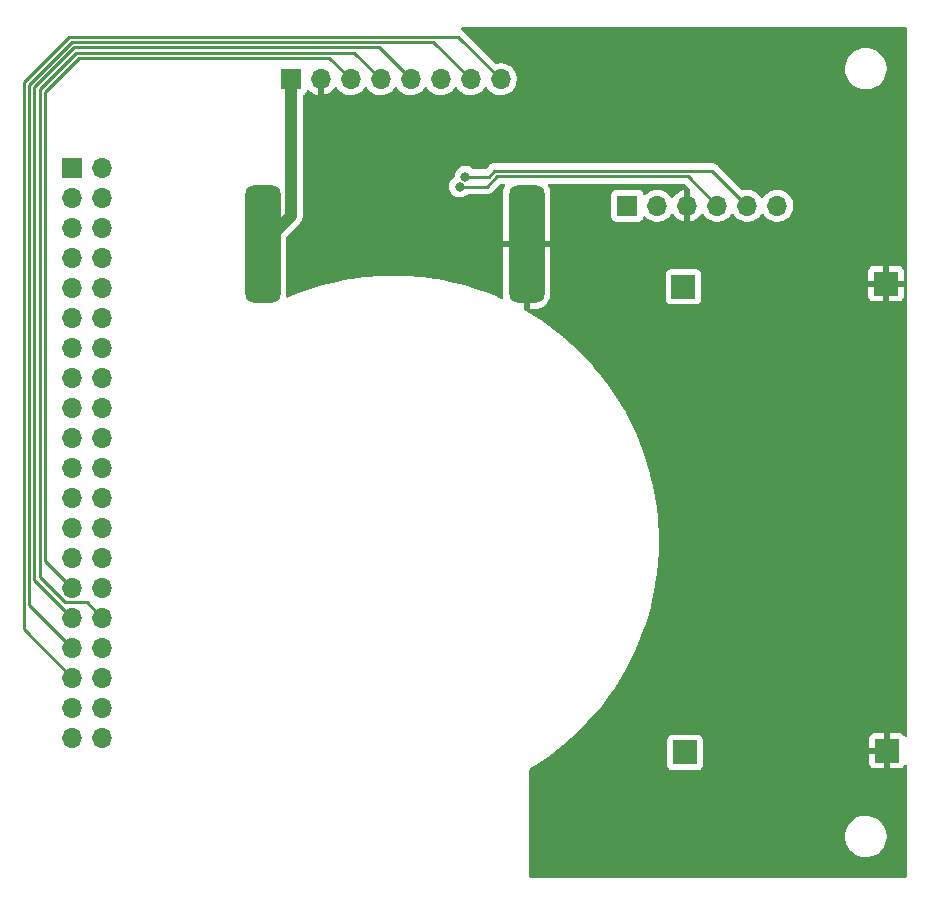
<source format=gbr>
%TF.GenerationSoftware,KiCad,Pcbnew,(6.0.4)*%
%TF.CreationDate,2022-09-23T14:26:36-04:00*%
%TF.ProjectId,CubeSat,43756265-5361-4742-9e6b-696361645f70,rev?*%
%TF.SameCoordinates,Original*%
%TF.FileFunction,Copper,L1,Top*%
%TF.FilePolarity,Positive*%
%FSLAX46Y46*%
G04 Gerber Fmt 4.6, Leading zero omitted, Abs format (unit mm)*
G04 Created by KiCad (PCBNEW (6.0.4)) date 2022-09-23 14:26:36*
%MOMM*%
%LPD*%
G01*
G04 APERTURE LIST*
G04 Aperture macros list*
%AMRoundRect*
0 Rectangle with rounded corners*
0 $1 Rounding radius*
0 $2 $3 $4 $5 $6 $7 $8 $9 X,Y pos of 4 corners*
0 Add a 4 corners polygon primitive as box body*
4,1,4,$2,$3,$4,$5,$6,$7,$8,$9,$2,$3,0*
0 Add four circle primitives for the rounded corners*
1,1,$1+$1,$2,$3*
1,1,$1+$1,$4,$5*
1,1,$1+$1,$6,$7*
1,1,$1+$1,$8,$9*
0 Add four rect primitives between the rounded corners*
20,1,$1+$1,$2,$3,$4,$5,0*
20,1,$1+$1,$4,$5,$6,$7,0*
20,1,$1+$1,$6,$7,$8,$9,0*
20,1,$1+$1,$8,$9,$2,$3,0*%
G04 Aperture macros list end*
%TA.AperFunction,ComponentPad*%
%ADD10R,1.700000X1.700000*%
%TD*%
%TA.AperFunction,ComponentPad*%
%ADD11O,1.700000X1.700000*%
%TD*%
%TA.AperFunction,ComponentPad*%
%ADD12RoundRect,0.750000X-0.750000X-4.250000X0.750000X-4.250000X0.750000X4.250000X-0.750000X4.250000X0*%
%TD*%
%TA.AperFunction,ComponentPad*%
%ADD13R,2.000000X2.000000*%
%TD*%
%TA.AperFunction,ViaPad*%
%ADD14C,0.800000*%
%TD*%
%TA.AperFunction,Conductor*%
%ADD15C,0.250000*%
%TD*%
%TA.AperFunction,Conductor*%
%ADD16C,1.000000*%
%TD*%
G04 APERTURE END LIST*
D10*
%TO.P,J4,1,Pin_1*%
%TO.N,/3.3V*%
X111800000Y-57390000D03*
D11*
%TO.P,J4,2,Pin_2*%
%TO.N,/5VB*%
X114340000Y-57390000D03*
%TO.P,J4,3,Pin_3*%
%TO.N,/SDA*%
X111800000Y-59930000D03*
%TO.P,J4,4,Pin_4*%
%TO.N,unconnected-(J4-Pad4)*%
X114340000Y-59930000D03*
%TO.P,J4,5,Pin_5*%
%TO.N,/SCL*%
X111800000Y-62470000D03*
%TO.P,J4,6,Pin_6*%
%TO.N,unconnected-(J4-Pad6)*%
X114340000Y-62470000D03*
%TO.P,J4,7,Pin_7*%
%TO.N,unconnected-(J4-Pad7)*%
X111800000Y-65010000D03*
%TO.P,J4,8,Pin_8*%
%TO.N,unconnected-(J4-Pad8)*%
X114340000Y-65010000D03*
%TO.P,J4,9,Pin_9*%
%TO.N,unconnected-(J4-Pad9)*%
X111800000Y-67550000D03*
%TO.P,J4,10,Pin_10*%
%TO.N,unconnected-(J4-Pad10)*%
X114340000Y-67550000D03*
%TO.P,J4,11,Pin_11*%
%TO.N,unconnected-(J4-Pad11)*%
X111800000Y-70090000D03*
%TO.P,J4,12,Pin_12*%
%TO.N,unconnected-(J4-Pad12)*%
X114340000Y-70090000D03*
%TO.P,J4,13,Pin_13*%
%TO.N,unconnected-(J4-Pad13)*%
X111800000Y-72630000D03*
%TO.P,J4,14,Pin_14*%
%TO.N,unconnected-(J4-Pad14)*%
X114340000Y-72630000D03*
%TO.P,J4,15,Pin_15*%
%TO.N,unconnected-(J4-Pad15)*%
X111800000Y-75170000D03*
%TO.P,J4,16,Pin_16*%
%TO.N,unconnected-(J4-Pad16)*%
X114340000Y-75170000D03*
%TO.P,J4,17,Pin_17*%
%TO.N,unconnected-(J4-Pad17)*%
X111800000Y-77710000D03*
%TO.P,J4,18,Pin_18*%
%TO.N,unconnected-(J4-Pad18)*%
X114340000Y-77710000D03*
%TO.P,J4,19,Pin_19*%
%TO.N,unconnected-(J4-Pad19)*%
X111800000Y-80250000D03*
%TO.P,J4,20,Pin_20*%
%TO.N,unconnected-(J4-Pad20)*%
X114340000Y-80250000D03*
%TO.P,J4,21,Pin_21*%
%TO.N,unconnected-(J4-Pad21)*%
X111800000Y-82790000D03*
%TO.P,J4,22,Pin_22*%
%TO.N,unconnected-(J4-Pad22)*%
X114340000Y-82790000D03*
%TO.P,J4,23,Pin_23*%
%TO.N,unconnected-(J4-Pad23)*%
X111800000Y-85330000D03*
%TO.P,J4,24,Pin_24*%
%TO.N,unconnected-(J4-Pad24)*%
X114340000Y-85330000D03*
%TO.P,J4,25,Pin_25*%
%TO.N,unconnected-(J4-Pad25)*%
X111800000Y-87870000D03*
%TO.P,J4,26,Pin_26*%
%TO.N,unconnected-(J4-Pad26)*%
X114340000Y-87870000D03*
%TO.P,J4,27,Pin_27*%
%TO.N,unconnected-(J4-Pad27)*%
X111800000Y-90410000D03*
%TO.P,J4,28,Pin_28*%
%TO.N,unconnected-(J4-Pad28)*%
X114340000Y-90410000D03*
%TO.P,J4,29,Pin_29*%
%TO.N,/brake*%
X111800000Y-92950000D03*
%TO.P,J4,30,Pin_30*%
%TO.N,unconnected-(J4-Pad30)*%
X114340000Y-92950000D03*
%TO.P,J4,31,Pin_31*%
%TO.N,/CW{slash}CCW*%
X111800000Y-95490000D03*
%TO.P,J4,32,Pin_32*%
%TO.N,/PWM*%
X114340000Y-95490000D03*
%TO.P,J4,33,Pin_33*%
%TO.N,/CHB*%
X111800000Y-98030000D03*
%TO.P,J4,34,Pin_34*%
%TO.N,unconnected-(J4-Pad34)*%
X114340000Y-98030000D03*
%TO.P,J4,35,Pin_35*%
%TO.N,/CHA*%
X111800000Y-100570000D03*
%TO.P,J4,36,Pin_36*%
%TO.N,unconnected-(J4-Pad36)*%
X114340000Y-100570000D03*
%TO.P,J4,37,Pin_37*%
%TO.N,unconnected-(J4-Pad37)*%
X111800000Y-103110000D03*
%TO.P,J4,38,Pin_38*%
%TO.N,unconnected-(J4-Pad38)*%
X114340000Y-103110000D03*
%TO.P,J4,39,Pin_39*%
%TO.N,unconnected-(J4-Pad39)*%
X111800000Y-105650000D03*
%TO.P,J4,40,Pin_40*%
%TO.N,unconnected-(J4-Pad40)*%
X114340000Y-105650000D03*
%TD*%
D12*
%TO.P,J1,GND,Pin_1*%
%TO.N,GND*%
X150276000Y-63819000D03*
%TO.P,J1,VCC,Pin_2*%
%TO.N,VCC*%
X127924000Y-63819000D03*
%TD*%
D10*
%TO.P,J2,1,Pin_1*%
%TO.N,/3.3V*%
X158800000Y-60600000D03*
D11*
%TO.P,J2,2,Pin_2*%
%TO.N,unconnected-(J2-Pad2)*%
X161340000Y-60600000D03*
%TO.P,J2,3,Pin_3*%
%TO.N,GND*%
X163880000Y-60600000D03*
%TO.P,J2,4,Pin_4*%
%TO.N,/SCL*%
X166420000Y-60600000D03*
%TO.P,J2,5,Pin_5*%
%TO.N,/SDA*%
X168960000Y-60600000D03*
%TO.P,J2,6,Pin_6*%
%TO.N,unconnected-(J2-Pad6)*%
X171500000Y-60600000D03*
%TD*%
D13*
%TO.P,U1,1,IN+*%
%TO.N,VCC*%
X163700000Y-106900000D03*
%TO.P,U1,2,IN-*%
%TO.N,GND*%
X180800000Y-106750000D03*
%TO.P,U1,3,OUT+*%
%TO.N,/5VB*%
X163552000Y-67464000D03*
%TO.P,U1,4,OUT-*%
%TO.N,GND*%
X180700000Y-67200000D03*
%TD*%
D10*
%TO.P,J3,1,Pin_1*%
%TO.N,VCC*%
X130300000Y-49900000D03*
D11*
%TO.P,J3,2,Pin_2*%
%TO.N,GND*%
X132840000Y-49900000D03*
%TO.P,J3,3,Pin_3*%
%TO.N,/brake*%
X135380000Y-49900000D03*
%TO.P,J3,4,Pin_4*%
%TO.N,/PWM*%
X137920000Y-49900000D03*
%TO.P,J3,5,Pin_5*%
%TO.N,/CW{slash}CCW*%
X140460000Y-49900000D03*
%TO.P,J3,6,Pin_6*%
%TO.N,unconnected-(J3-Pad6)*%
X143000000Y-49900000D03*
%TO.P,J3,7,Pin_7*%
%TO.N,/CHB*%
X145540000Y-49900000D03*
%TO.P,J3,8,Pin_8*%
%TO.N,/CHA*%
X148080000Y-49900000D03*
%TD*%
D14*
%TO.N,/SCL*%
X144597848Y-59003704D03*
%TO.N,/SDA*%
X145100000Y-58139500D03*
%TD*%
D15*
%TO.N,/SDA*%
X166010480Y-57650480D02*
X168960000Y-60600000D01*
X147060500Y-58139500D02*
X147549520Y-57650480D01*
X147549520Y-57650480D02*
X166010480Y-57650480D01*
X145100000Y-58139500D02*
X147060500Y-58139500D01*
%TO.N,/SCL*%
X147800000Y-58100000D02*
X163920000Y-58100000D01*
X146896296Y-59003704D02*
X147800000Y-58100000D01*
X163920000Y-58100000D02*
X166420000Y-60600000D01*
X144597848Y-59003704D02*
X146896296Y-59003704D01*
%TO.N,/CHA*%
X144480000Y-46300000D02*
X148080000Y-49900000D01*
X111564282Y-46300000D02*
X144480000Y-46300000D01*
X107701920Y-50162363D02*
X111564282Y-46300000D01*
X111800000Y-100570000D02*
X107701920Y-96471920D01*
X107701920Y-96471920D02*
X107701920Y-50162363D01*
%TO.N,/CHB*%
X142391440Y-46751440D02*
X145540000Y-49900000D01*
X111748560Y-46751440D02*
X142391440Y-46751440D01*
X108151440Y-50348560D02*
X111748560Y-46751440D01*
X108151440Y-94381440D02*
X108151440Y-50348560D01*
X111800000Y-98030000D02*
X108151440Y-94381440D01*
%TO.N,/CW{slash}CCW*%
X108600960Y-50563322D02*
X111963323Y-47200960D01*
X111963323Y-47200960D02*
X137760960Y-47200960D01*
X108600960Y-92290960D02*
X108600960Y-50563322D01*
X137760960Y-47200960D02*
X140460000Y-49900000D01*
X111800000Y-95490000D02*
X108600960Y-92290960D01*
%TO.N,/PWM*%
X135670480Y-47650480D02*
X137920000Y-49900000D01*
X112149520Y-47650480D02*
X135670480Y-47650480D01*
X109050480Y-50749520D02*
X112149520Y-47650480D01*
X109050480Y-92050480D02*
X109050480Y-50749520D01*
X111200000Y-94200000D02*
X109050480Y-92050480D01*
X113050000Y-94200000D02*
X111200000Y-94200000D01*
X114340000Y-95490000D02*
X113050000Y-94200000D01*
%TO.N,/brake*%
X133580000Y-48100000D02*
X135380000Y-49900000D01*
X112400000Y-48100000D02*
X133580000Y-48100000D01*
X109500000Y-51000000D02*
X112400000Y-48100000D01*
X109500000Y-90650000D02*
X109500000Y-51000000D01*
X111800000Y-92950000D02*
X109500000Y-90650000D01*
D16*
%TO.N,VCC*%
X130300000Y-61443000D02*
X130300000Y-49900000D01*
X127924000Y-63819000D02*
X130300000Y-61443000D01*
%TD*%
%TA.AperFunction,Conductor*%
%TO.N,GND*%
G36*
X182433621Y-45528502D02*
G01*
X182480114Y-45582158D01*
X182491500Y-45634500D01*
X182491500Y-105454461D01*
X182471498Y-105522582D01*
X182417842Y-105569075D01*
X182347568Y-105579179D01*
X182282988Y-105549685D01*
X182254980Y-105514970D01*
X182244788Y-105496354D01*
X182168285Y-105394276D01*
X182155724Y-105381715D01*
X182053649Y-105305214D01*
X182038054Y-105296676D01*
X181917606Y-105251522D01*
X181902351Y-105247895D01*
X181851486Y-105242369D01*
X181844672Y-105242000D01*
X181072115Y-105242000D01*
X181056876Y-105246475D01*
X181055671Y-105247865D01*
X181054000Y-105255548D01*
X181054000Y-108239884D01*
X181058475Y-108255123D01*
X181059865Y-108256328D01*
X181067548Y-108257999D01*
X181844669Y-108257999D01*
X181851490Y-108257629D01*
X181902352Y-108252105D01*
X181917604Y-108248479D01*
X182038054Y-108203324D01*
X182053649Y-108194786D01*
X182155724Y-108118285D01*
X182168285Y-108105724D01*
X182244788Y-108003646D01*
X182254980Y-107985030D01*
X182305238Y-107934884D01*
X182374629Y-107919870D01*
X182441122Y-107944755D01*
X182483605Y-108001638D01*
X182491500Y-108045539D01*
X182491500Y-117365500D01*
X182471498Y-117433621D01*
X182417842Y-117480114D01*
X182365500Y-117491500D01*
X150634500Y-117491500D01*
X150566379Y-117471498D01*
X150519886Y-117417842D01*
X150508500Y-117365500D01*
X150508500Y-114107655D01*
X177239858Y-114107655D01*
X177275104Y-114366638D01*
X177276412Y-114371124D01*
X177276412Y-114371126D01*
X177296098Y-114438664D01*
X177348243Y-114617567D01*
X177457668Y-114854928D01*
X177460231Y-114858837D01*
X177598410Y-115069596D01*
X177598414Y-115069601D01*
X177600976Y-115073509D01*
X177775018Y-115268506D01*
X177975970Y-115435637D01*
X177979973Y-115438066D01*
X178195422Y-115568804D01*
X178195426Y-115568806D01*
X178199419Y-115571229D01*
X178440455Y-115672303D01*
X178693783Y-115736641D01*
X178698434Y-115737109D01*
X178698438Y-115737110D01*
X178891308Y-115756531D01*
X178910867Y-115758500D01*
X179066354Y-115758500D01*
X179068679Y-115758327D01*
X179068685Y-115758327D01*
X179256000Y-115744407D01*
X179256004Y-115744406D01*
X179260652Y-115744061D01*
X179265200Y-115743032D01*
X179265206Y-115743031D01*
X179451601Y-115700853D01*
X179515577Y-115686377D01*
X179551769Y-115672303D01*
X179754824Y-115593340D01*
X179754827Y-115593339D01*
X179759177Y-115591647D01*
X179986098Y-115461951D01*
X180191357Y-115300138D01*
X180370443Y-115109763D01*
X180519424Y-114895009D01*
X180635025Y-114660593D01*
X180714707Y-114411665D01*
X180756721Y-114153693D01*
X180760142Y-113892345D01*
X180724896Y-113633362D01*
X180710473Y-113583877D01*
X180653068Y-113386932D01*
X180651757Y-113382433D01*
X180542332Y-113145072D01*
X180509519Y-113095024D01*
X180401590Y-112930404D01*
X180401586Y-112930399D01*
X180399024Y-112926491D01*
X180224982Y-112731494D01*
X180024030Y-112564363D01*
X179976844Y-112535730D01*
X179804578Y-112431196D01*
X179804574Y-112431194D01*
X179800581Y-112428771D01*
X179559545Y-112327697D01*
X179306217Y-112263359D01*
X179301566Y-112262891D01*
X179301562Y-112262890D01*
X179092271Y-112241816D01*
X179089133Y-112241500D01*
X178933646Y-112241500D01*
X178931321Y-112241673D01*
X178931315Y-112241673D01*
X178744000Y-112255593D01*
X178743996Y-112255594D01*
X178739348Y-112255939D01*
X178734800Y-112256968D01*
X178734794Y-112256969D01*
X178548399Y-112299147D01*
X178484423Y-112313623D01*
X178480071Y-112315315D01*
X178480069Y-112315316D01*
X178245176Y-112406660D01*
X178245173Y-112406661D01*
X178240823Y-112408353D01*
X178013902Y-112538049D01*
X177808643Y-112699862D01*
X177629557Y-112890237D01*
X177480576Y-113104991D01*
X177364975Y-113339407D01*
X177285293Y-113588335D01*
X177243279Y-113846307D01*
X177239858Y-114107655D01*
X150508500Y-114107655D01*
X150508500Y-108362659D01*
X150528502Y-108294538D01*
X150569101Y-108254961D01*
X150573805Y-108252105D01*
X151061252Y-107956104D01*
X151073217Y-107948134D01*
X162191500Y-107948134D01*
X162198255Y-108010316D01*
X162249385Y-108146705D01*
X162336739Y-108263261D01*
X162453295Y-108350615D01*
X162589684Y-108401745D01*
X162651866Y-108408500D01*
X164748134Y-108408500D01*
X164810316Y-108401745D01*
X164946705Y-108350615D01*
X165063261Y-108263261D01*
X165150615Y-108146705D01*
X165201745Y-108010316D01*
X165208500Y-107948134D01*
X165208500Y-107794669D01*
X179292001Y-107794669D01*
X179292371Y-107801490D01*
X179297895Y-107852352D01*
X179301521Y-107867604D01*
X179346676Y-107988054D01*
X179355214Y-108003649D01*
X179431715Y-108105724D01*
X179444276Y-108118285D01*
X179546351Y-108194786D01*
X179561946Y-108203324D01*
X179682394Y-108248478D01*
X179697649Y-108252105D01*
X179748514Y-108257631D01*
X179755328Y-108258000D01*
X180527885Y-108258000D01*
X180543124Y-108253525D01*
X180544329Y-108252135D01*
X180546000Y-108244452D01*
X180546000Y-107022115D01*
X180541525Y-107006876D01*
X180540135Y-107005671D01*
X180532452Y-107004000D01*
X179310116Y-107004000D01*
X179294877Y-107008475D01*
X179293672Y-107009865D01*
X179292001Y-107017548D01*
X179292001Y-107794669D01*
X165208500Y-107794669D01*
X165208500Y-106477885D01*
X179292000Y-106477885D01*
X179296475Y-106493124D01*
X179297865Y-106494329D01*
X179305548Y-106496000D01*
X180527885Y-106496000D01*
X180543124Y-106491525D01*
X180544329Y-106490135D01*
X180546000Y-106482452D01*
X180546000Y-105260116D01*
X180541525Y-105244877D01*
X180540135Y-105243672D01*
X180532452Y-105242001D01*
X179755331Y-105242001D01*
X179748510Y-105242371D01*
X179697648Y-105247895D01*
X179682396Y-105251521D01*
X179561946Y-105296676D01*
X179546351Y-105305214D01*
X179444276Y-105381715D01*
X179431715Y-105394276D01*
X179355214Y-105496351D01*
X179346676Y-105511946D01*
X179301522Y-105632394D01*
X179297895Y-105647649D01*
X179292369Y-105698514D01*
X179292000Y-105705328D01*
X179292000Y-106477885D01*
X165208500Y-106477885D01*
X165208500Y-105851866D01*
X165201745Y-105789684D01*
X165150615Y-105653295D01*
X165063261Y-105536739D01*
X164946705Y-105449385D01*
X164810316Y-105398255D01*
X164748134Y-105391500D01*
X162651866Y-105391500D01*
X162589684Y-105398255D01*
X162453295Y-105449385D01*
X162336739Y-105536739D01*
X162249385Y-105653295D01*
X162198255Y-105789684D01*
X162191500Y-105851866D01*
X162191500Y-107948134D01*
X151073217Y-107948134D01*
X151844119Y-107434650D01*
X151845177Y-107433879D01*
X151845192Y-107433869D01*
X152424782Y-107011753D01*
X152604473Y-106880884D01*
X152609701Y-106876731D01*
X153339958Y-106296592D01*
X153339972Y-106296580D01*
X153340982Y-106295778D01*
X154052355Y-105680357D01*
X154053293Y-105679474D01*
X154053311Y-105679458D01*
X154736362Y-105036625D01*
X154737345Y-105035700D01*
X155394752Y-104362936D01*
X156023423Y-103663245D01*
X156622257Y-102937853D01*
X157190203Y-102188032D01*
X157726267Y-101415096D01*
X158079005Y-100858069D01*
X158228800Y-100621520D01*
X158228805Y-100621512D01*
X158229509Y-100620400D01*
X158699046Y-99805336D01*
X158961688Y-99301797D01*
X159133429Y-98972536D01*
X159133438Y-98972518D01*
X159134056Y-98971333D01*
X159134623Y-98970125D01*
X159134633Y-98970105D01*
X159533213Y-98121055D01*
X159533218Y-98121044D01*
X159533777Y-98119853D01*
X159572859Y-98026646D01*
X159896999Y-97253601D01*
X159897009Y-97253576D01*
X159897507Y-97252388D01*
X160224609Y-96370459D01*
X160293658Y-96157325D01*
X160514110Y-95476846D01*
X160514111Y-95476842D01*
X160514510Y-95475611D01*
X160766702Y-94569414D01*
X160902677Y-93987529D01*
X160980445Y-93654732D01*
X160980449Y-93654714D01*
X160980743Y-93653455D01*
X161156257Y-92729339D01*
X161250388Y-92088401D01*
X161292747Y-91799982D01*
X161292748Y-91799973D01*
X161292937Y-91798687D01*
X161390544Y-90863130D01*
X161446021Y-89970702D01*
X161448824Y-89925618D01*
X161448825Y-89925594D01*
X161448905Y-89924307D01*
X161452786Y-89732401D01*
X161467893Y-88985199D01*
X161467920Y-88983864D01*
X161461318Y-88678990D01*
X161447584Y-88044767D01*
X161447583Y-88044745D01*
X161447555Y-88043449D01*
X161422361Y-87647361D01*
X161387928Y-87106024D01*
X161387926Y-87106001D01*
X161387844Y-87104711D01*
X161381276Y-87042617D01*
X161289034Y-86170613D01*
X161289031Y-86170591D01*
X161288894Y-86169294D01*
X161283168Y-86130688D01*
X161151074Y-85240168D01*
X161151074Y-85240167D01*
X161150877Y-85238840D01*
X160974036Y-84314977D01*
X160758680Y-83399326D01*
X160728593Y-83291811D01*
X160505544Y-82494768D01*
X160505187Y-82493492D01*
X160390591Y-82141492D01*
X160214405Y-81600305D01*
X160214400Y-81600291D01*
X160214000Y-81599062D01*
X159974812Y-80956994D01*
X159886089Y-80718830D01*
X159886084Y-80718818D01*
X159885632Y-80717604D01*
X159520656Y-79850662D01*
X159119713Y-78999757D01*
X159115076Y-78990897D01*
X158766329Y-78324616D01*
X158683505Y-78166380D01*
X158652419Y-78112596D01*
X158288139Y-77482342D01*
X158212798Y-77351991D01*
X157708415Y-76558018D01*
X157171241Y-75785853D01*
X156602219Y-75036848D01*
X156183063Y-74530590D01*
X156003182Y-74313330D01*
X156003179Y-74313327D01*
X156002344Y-74312318D01*
X155876851Y-74173051D01*
X155373538Y-73614496D01*
X155373527Y-73614485D01*
X155372668Y-73613531D01*
X155371776Y-73612621D01*
X155371764Y-73612608D01*
X154803361Y-73032596D01*
X154714296Y-72941712D01*
X154713359Y-72940833D01*
X154713345Y-72940819D01*
X154115408Y-72379707D01*
X154028380Y-72298039D01*
X153449019Y-71798277D01*
X153317118Y-71684498D01*
X153317106Y-71684488D01*
X153316124Y-71683641D01*
X153252256Y-71633051D01*
X152579829Y-71100428D01*
X152578775Y-71099593D01*
X152529671Y-71063938D01*
X152156569Y-70793028D01*
X151817626Y-70546920D01*
X151735815Y-70492596D01*
X151035122Y-70027328D01*
X151035120Y-70027327D01*
X151034012Y-70026591D01*
X151032893Y-70025914D01*
X151032873Y-70025901D01*
X150230444Y-69540206D01*
X150230443Y-69540206D01*
X150229304Y-69539516D01*
X150082646Y-69458934D01*
X150032576Y-69408600D01*
X150017667Y-69339186D01*
X150020201Y-69321722D01*
X150022000Y-69313452D01*
X150022000Y-69308884D01*
X150530000Y-69308884D01*
X150534475Y-69324123D01*
X150535865Y-69325328D01*
X150543548Y-69326999D01*
X151085961Y-69326999D01*
X151091071Y-69326791D01*
X151224767Y-69315918D01*
X151235320Y-69314148D01*
X151442185Y-69261033D01*
X151452731Y-69257299D01*
X151646705Y-69168490D01*
X151656412Y-69162954D01*
X151831597Y-69041197D01*
X151840176Y-69034024D01*
X151991024Y-68883176D01*
X151998197Y-68874597D01*
X152119954Y-68699412D01*
X152125490Y-68689705D01*
X152206789Y-68512134D01*
X162043500Y-68512134D01*
X162050255Y-68574316D01*
X162101385Y-68710705D01*
X162188739Y-68827261D01*
X162305295Y-68914615D01*
X162441684Y-68965745D01*
X162503866Y-68972500D01*
X164600134Y-68972500D01*
X164662316Y-68965745D01*
X164798705Y-68914615D01*
X164915261Y-68827261D01*
X165002615Y-68710705D01*
X165053745Y-68574316D01*
X165060500Y-68512134D01*
X165060500Y-68244669D01*
X179192001Y-68244669D01*
X179192371Y-68251490D01*
X179197895Y-68302352D01*
X179201521Y-68317604D01*
X179246676Y-68438054D01*
X179255214Y-68453649D01*
X179331715Y-68555724D01*
X179344276Y-68568285D01*
X179446351Y-68644786D01*
X179461946Y-68653324D01*
X179582394Y-68698478D01*
X179597649Y-68702105D01*
X179648514Y-68707631D01*
X179655328Y-68708000D01*
X180427885Y-68708000D01*
X180443124Y-68703525D01*
X180444329Y-68702135D01*
X180446000Y-68694452D01*
X180446000Y-68689884D01*
X180954000Y-68689884D01*
X180958475Y-68705123D01*
X180959865Y-68706328D01*
X180967548Y-68707999D01*
X181744669Y-68707999D01*
X181751490Y-68707629D01*
X181802352Y-68702105D01*
X181817604Y-68698479D01*
X181938054Y-68653324D01*
X181953649Y-68644786D01*
X182055724Y-68568285D01*
X182068285Y-68555724D01*
X182144786Y-68453649D01*
X182153324Y-68438054D01*
X182198478Y-68317606D01*
X182202105Y-68302351D01*
X182207631Y-68251486D01*
X182208000Y-68244672D01*
X182208000Y-67472115D01*
X182203525Y-67456876D01*
X182202135Y-67455671D01*
X182194452Y-67454000D01*
X180972115Y-67454000D01*
X180956876Y-67458475D01*
X180955671Y-67459865D01*
X180954000Y-67467548D01*
X180954000Y-68689884D01*
X180446000Y-68689884D01*
X180446000Y-67472115D01*
X180441525Y-67456876D01*
X180440135Y-67455671D01*
X180432452Y-67454000D01*
X179210116Y-67454000D01*
X179194877Y-67458475D01*
X179193672Y-67459865D01*
X179192001Y-67467548D01*
X179192001Y-68244669D01*
X165060500Y-68244669D01*
X165060500Y-66927885D01*
X179192000Y-66927885D01*
X179196475Y-66943124D01*
X179197865Y-66944329D01*
X179205548Y-66946000D01*
X180427885Y-66946000D01*
X180443124Y-66941525D01*
X180444329Y-66940135D01*
X180446000Y-66932452D01*
X180446000Y-66927885D01*
X180954000Y-66927885D01*
X180958475Y-66943124D01*
X180959865Y-66944329D01*
X180967548Y-66946000D01*
X182189884Y-66946000D01*
X182205123Y-66941525D01*
X182206328Y-66940135D01*
X182207999Y-66932452D01*
X182207999Y-66155331D01*
X182207629Y-66148510D01*
X182202105Y-66097648D01*
X182198479Y-66082396D01*
X182153324Y-65961946D01*
X182144786Y-65946351D01*
X182068285Y-65844276D01*
X182055724Y-65831715D01*
X181953649Y-65755214D01*
X181938054Y-65746676D01*
X181817606Y-65701522D01*
X181802351Y-65697895D01*
X181751486Y-65692369D01*
X181744672Y-65692000D01*
X180972115Y-65692000D01*
X180956876Y-65696475D01*
X180955671Y-65697865D01*
X180954000Y-65705548D01*
X180954000Y-66927885D01*
X180446000Y-66927885D01*
X180446000Y-65710116D01*
X180441525Y-65694877D01*
X180440135Y-65693672D01*
X180432452Y-65692001D01*
X179655331Y-65692001D01*
X179648510Y-65692371D01*
X179597648Y-65697895D01*
X179582396Y-65701521D01*
X179461946Y-65746676D01*
X179446351Y-65755214D01*
X179344276Y-65831715D01*
X179331715Y-65844276D01*
X179255214Y-65946351D01*
X179246676Y-65961946D01*
X179201522Y-66082394D01*
X179197895Y-66097649D01*
X179192369Y-66148514D01*
X179192000Y-66155328D01*
X179192000Y-66927885D01*
X165060500Y-66927885D01*
X165060500Y-66415866D01*
X165053745Y-66353684D01*
X165002615Y-66217295D01*
X164915261Y-66100739D01*
X164798705Y-66013385D01*
X164662316Y-65962255D01*
X164600134Y-65955500D01*
X162503866Y-65955500D01*
X162441684Y-65962255D01*
X162305295Y-66013385D01*
X162188739Y-66100739D01*
X162101385Y-66217295D01*
X162050255Y-66353684D01*
X162043500Y-66415866D01*
X162043500Y-68512134D01*
X152206789Y-68512134D01*
X152214299Y-68495731D01*
X152218033Y-68485185D01*
X152271147Y-68278321D01*
X152272918Y-68267766D01*
X152283793Y-68134070D01*
X152284000Y-68128964D01*
X152284000Y-64091115D01*
X152279525Y-64075876D01*
X152278135Y-64074671D01*
X152270452Y-64073000D01*
X150548115Y-64073000D01*
X150532876Y-64077475D01*
X150531671Y-64078865D01*
X150530000Y-64086548D01*
X150530000Y-69308884D01*
X150022000Y-69308884D01*
X150022000Y-64091115D01*
X150017525Y-64075876D01*
X150016135Y-64074671D01*
X150008452Y-64073000D01*
X148286116Y-64073000D01*
X148270877Y-64077475D01*
X148269672Y-64078865D01*
X148268001Y-64086548D01*
X148268001Y-68128961D01*
X148268209Y-68134071D01*
X148279082Y-68267767D01*
X148280852Y-68278317D01*
X148292846Y-68325030D01*
X148290414Y-68395985D01*
X148250007Y-68454361D01*
X148184453Y-68481625D01*
X148119578Y-68471483D01*
X148116474Y-68470102D01*
X147702903Y-68286063D01*
X147683329Y-68278317D01*
X146829497Y-67940431D01*
X146829483Y-67940426D01*
X146828263Y-67939943D01*
X145939902Y-67630736D01*
X145938662Y-67630362D01*
X145938638Y-67630354D01*
X145040627Y-67359360D01*
X145040618Y-67359357D01*
X145039377Y-67358983D01*
X144128266Y-67125161D01*
X143208167Y-66929680D01*
X142719427Y-66847054D01*
X142281996Y-66773102D01*
X142281983Y-66773100D01*
X142280693Y-66772882D01*
X141347468Y-66655043D01*
X141167473Y-66639935D01*
X140411433Y-66576478D01*
X140411412Y-66576477D01*
X140410129Y-66576369D01*
X140408825Y-66576314D01*
X140408819Y-66576314D01*
X139471639Y-66537052D01*
X139471623Y-66537052D01*
X139470318Y-66536997D01*
X138529682Y-66536997D01*
X138528377Y-66537052D01*
X138528361Y-66537052D01*
X137591181Y-66576314D01*
X137591175Y-66576314D01*
X137589871Y-66576369D01*
X137588588Y-66576477D01*
X137588567Y-66576478D01*
X136832527Y-66639935D01*
X136652532Y-66655043D01*
X135719307Y-66772882D01*
X135718017Y-66773100D01*
X135718004Y-66773102D01*
X135280573Y-66847054D01*
X134791833Y-66929680D01*
X133871734Y-67125161D01*
X132960623Y-67358983D01*
X132959382Y-67359357D01*
X132959373Y-67359360D01*
X132061362Y-67630354D01*
X132061338Y-67630362D01*
X132060098Y-67630736D01*
X131171737Y-67939943D01*
X131170517Y-67940426D01*
X131170503Y-67940431D01*
X130316671Y-68278317D01*
X130297097Y-68286063D01*
X130295893Y-68286599D01*
X130295853Y-68286616D01*
X130099797Y-68373861D01*
X130029428Y-68383283D01*
X129965137Y-68353164D01*
X129927335Y-68293068D01*
X129922985Y-68248531D01*
X129932293Y-68134094D01*
X129932294Y-68134070D01*
X129932500Y-68131542D01*
X129932500Y-63288924D01*
X129952502Y-63220803D01*
X129969405Y-63199829D01*
X130969379Y-62199855D01*
X130979522Y-62190753D01*
X131004218Y-62170897D01*
X131009025Y-62167032D01*
X131041320Y-62128544D01*
X131044478Y-62124925D01*
X131046124Y-62123110D01*
X131048309Y-62120925D01*
X131050264Y-62118545D01*
X131050273Y-62118535D01*
X131075549Y-62087764D01*
X131076391Y-62086749D01*
X131132194Y-62020245D01*
X131136154Y-62015526D01*
X131138723Y-62010852D01*
X131142102Y-62006739D01*
X131185975Y-61924915D01*
X131186584Y-61923793D01*
X131195715Y-61907185D01*
X131231433Y-61842213D01*
X131233045Y-61837131D01*
X131235562Y-61832437D01*
X131262762Y-61743469D01*
X131263108Y-61742358D01*
X131270572Y-61718831D01*
X131291235Y-61653694D01*
X131291829Y-61648398D01*
X131293387Y-61643302D01*
X131302790Y-61550743D01*
X131302911Y-61549607D01*
X131308500Y-61499773D01*
X131308500Y-61496246D01*
X131308555Y-61495261D01*
X131309002Y-61489581D01*
X131313374Y-61446538D01*
X131309059Y-61400891D01*
X131308500Y-61389033D01*
X131308500Y-59003704D01*
X143684344Y-59003704D01*
X143685034Y-59010269D01*
X143699998Y-59152639D01*
X143704306Y-59193632D01*
X143763321Y-59375260D01*
X143858808Y-59540648D01*
X143863226Y-59545555D01*
X143863227Y-59545556D01*
X143974906Y-59669588D01*
X143986595Y-59682570D01*
X144068583Y-59742138D01*
X144110534Y-59772617D01*
X144141096Y-59794822D01*
X144147124Y-59797506D01*
X144147126Y-59797507D01*
X144309529Y-59869813D01*
X144315560Y-59872498D01*
X144405249Y-59891562D01*
X144495904Y-59910832D01*
X144495909Y-59910832D01*
X144502361Y-59912204D01*
X144693335Y-59912204D01*
X144699787Y-59910832D01*
X144699792Y-59910832D01*
X144790447Y-59891562D01*
X144880136Y-59872498D01*
X144886167Y-59869813D01*
X145048570Y-59797507D01*
X145048572Y-59797506D01*
X145054600Y-59794822D01*
X145085163Y-59772617D01*
X145189189Y-59697037D01*
X145209101Y-59682570D01*
X145213516Y-59677667D01*
X145218428Y-59673244D01*
X145219553Y-59674493D01*
X145272862Y-59641653D01*
X145306048Y-59637204D01*
X146817529Y-59637204D01*
X146828712Y-59637731D01*
X146836205Y-59639406D01*
X146844131Y-59639157D01*
X146844132Y-59639157D01*
X146904282Y-59637266D01*
X146908241Y-59637204D01*
X146936152Y-59637204D01*
X146940087Y-59636707D01*
X146940152Y-59636699D01*
X146951989Y-59635766D01*
X146984247Y-59634752D01*
X146988266Y-59634626D01*
X146996185Y-59634377D01*
X147015639Y-59628725D01*
X147034996Y-59624717D01*
X147047226Y-59623172D01*
X147047227Y-59623172D01*
X147055093Y-59622178D01*
X147062464Y-59619259D01*
X147062466Y-59619259D01*
X147096208Y-59605900D01*
X147107438Y-59602055D01*
X147142279Y-59591933D01*
X147142280Y-59591933D01*
X147149889Y-59589722D01*
X147156708Y-59585689D01*
X147156713Y-59585687D01*
X147167324Y-59579411D01*
X147185072Y-59570716D01*
X147203913Y-59563256D01*
X147239683Y-59537268D01*
X147249603Y-59530752D01*
X147280831Y-59512284D01*
X147280834Y-59512282D01*
X147287658Y-59508246D01*
X147301979Y-59493925D01*
X147317013Y-59481084D01*
X147326990Y-59473835D01*
X147333403Y-59469176D01*
X147361594Y-59435099D01*
X147369584Y-59426320D01*
X148025499Y-58770405D01*
X148087811Y-58736379D01*
X148114594Y-58733500D01*
X148333570Y-58733500D01*
X148401691Y-58753502D01*
X148448184Y-58807158D01*
X148458288Y-58877432D01*
X148437035Y-58931409D01*
X148432050Y-58938582D01*
X148426510Y-58948295D01*
X148337701Y-59142269D01*
X148333967Y-59152815D01*
X148280853Y-59359679D01*
X148279082Y-59370234D01*
X148268207Y-59503930D01*
X148268000Y-59509036D01*
X148268000Y-63546885D01*
X148272475Y-63562124D01*
X148273865Y-63563329D01*
X148281548Y-63565000D01*
X152265884Y-63565000D01*
X152281123Y-63560525D01*
X152282328Y-63559135D01*
X152283999Y-63551452D01*
X152283999Y-61498134D01*
X157441500Y-61498134D01*
X157448255Y-61560316D01*
X157499385Y-61696705D01*
X157586739Y-61813261D01*
X157703295Y-61900615D01*
X157839684Y-61951745D01*
X157901866Y-61958500D01*
X159698134Y-61958500D01*
X159760316Y-61951745D01*
X159896705Y-61900615D01*
X160013261Y-61813261D01*
X160100615Y-61696705D01*
X160116821Y-61653475D01*
X160144598Y-61579382D01*
X160187240Y-61522618D01*
X160253802Y-61497918D01*
X160323150Y-61513126D01*
X160357817Y-61541114D01*
X160386250Y-61573938D01*
X160558126Y-61716632D01*
X160751000Y-61829338D01*
X160755825Y-61831180D01*
X160755826Y-61831181D01*
X160771408Y-61837131D01*
X160959692Y-61909030D01*
X160964760Y-61910061D01*
X160964763Y-61910062D01*
X161059862Y-61929410D01*
X161178597Y-61953567D01*
X161183772Y-61953757D01*
X161183774Y-61953757D01*
X161396673Y-61961564D01*
X161396677Y-61961564D01*
X161401837Y-61961753D01*
X161406957Y-61961097D01*
X161406959Y-61961097D01*
X161618288Y-61934025D01*
X161618289Y-61934025D01*
X161623416Y-61933368D01*
X161628366Y-61931883D01*
X161832429Y-61870661D01*
X161832434Y-61870659D01*
X161837384Y-61869174D01*
X162037994Y-61770896D01*
X162219860Y-61641173D01*
X162378096Y-61483489D01*
X162385597Y-61473051D01*
X162508453Y-61302077D01*
X162509640Y-61302930D01*
X162556960Y-61259362D01*
X162626897Y-61247145D01*
X162692338Y-61274678D01*
X162720166Y-61306511D01*
X162777694Y-61400388D01*
X162783777Y-61408699D01*
X162923213Y-61569667D01*
X162930580Y-61576883D01*
X163094434Y-61712916D01*
X163102881Y-61718831D01*
X163286756Y-61826279D01*
X163296042Y-61830729D01*
X163495001Y-61906703D01*
X163504899Y-61909579D01*
X163608250Y-61930606D01*
X163622299Y-61929410D01*
X163626000Y-61919065D01*
X163626000Y-59283102D01*
X163622082Y-59269758D01*
X163607806Y-59267771D01*
X163569324Y-59273660D01*
X163559288Y-59276051D01*
X163356868Y-59342212D01*
X163347359Y-59346209D01*
X163158463Y-59444542D01*
X163149738Y-59450036D01*
X162979433Y-59577905D01*
X162971726Y-59584748D01*
X162824590Y-59738717D01*
X162818109Y-59746722D01*
X162713498Y-59900074D01*
X162658587Y-59945076D01*
X162588062Y-59953247D01*
X162524315Y-59921993D01*
X162503618Y-59897509D01*
X162422822Y-59772617D01*
X162422820Y-59772614D01*
X162420014Y-59768277D01*
X162269670Y-59603051D01*
X162265619Y-59599852D01*
X162265615Y-59599848D01*
X162098414Y-59467800D01*
X162098410Y-59467798D01*
X162094359Y-59464598D01*
X162058028Y-59444542D01*
X162025018Y-59426320D01*
X161898789Y-59356638D01*
X161893920Y-59354914D01*
X161893916Y-59354912D01*
X161693087Y-59283795D01*
X161693083Y-59283794D01*
X161688212Y-59282069D01*
X161683119Y-59281162D01*
X161683116Y-59281161D01*
X161473373Y-59243800D01*
X161473367Y-59243799D01*
X161468284Y-59242894D01*
X161394452Y-59241992D01*
X161250081Y-59240228D01*
X161250079Y-59240228D01*
X161244911Y-59240165D01*
X161024091Y-59273955D01*
X160811756Y-59343357D01*
X160762544Y-59368975D01*
X160635522Y-59435099D01*
X160613607Y-59446507D01*
X160609474Y-59449610D01*
X160609471Y-59449612D01*
X160439100Y-59577530D01*
X160434965Y-59580635D01*
X160378537Y-59639684D01*
X160354283Y-59665064D01*
X160292759Y-59700494D01*
X160221846Y-59697037D01*
X160164060Y-59655791D01*
X160145207Y-59622243D01*
X160103767Y-59511703D01*
X160100615Y-59503295D01*
X160013261Y-59386739D01*
X159896705Y-59299385D01*
X159760316Y-59248255D01*
X159698134Y-59241500D01*
X157901866Y-59241500D01*
X157839684Y-59248255D01*
X157703295Y-59299385D01*
X157586739Y-59386739D01*
X157499385Y-59503295D01*
X157448255Y-59639684D01*
X157441500Y-59701866D01*
X157441500Y-61498134D01*
X152283999Y-61498134D01*
X152283999Y-59509039D01*
X152283791Y-59503929D01*
X152272918Y-59370233D01*
X152271148Y-59359680D01*
X152218033Y-59152815D01*
X152214299Y-59142269D01*
X152125490Y-58948295D01*
X152119950Y-58938582D01*
X152114965Y-58931409D01*
X152092512Y-58864056D01*
X152110038Y-58795257D01*
X152161977Y-58746854D01*
X152218430Y-58733500D01*
X163605405Y-58733500D01*
X163673526Y-58753502D01*
X163694501Y-58770405D01*
X164097975Y-59173880D01*
X164132000Y-59236192D01*
X164130697Y-59265795D01*
X164134000Y-59265795D01*
X164134000Y-61918517D01*
X164138064Y-61932359D01*
X164151478Y-61934393D01*
X164158184Y-61933534D01*
X164168262Y-61931392D01*
X164372255Y-61870191D01*
X164381842Y-61866433D01*
X164573095Y-61772739D01*
X164581945Y-61767464D01*
X164755328Y-61643792D01*
X164763200Y-61637139D01*
X164914052Y-61486812D01*
X164920730Y-61478965D01*
X165048022Y-61301819D01*
X165049279Y-61302722D01*
X165096373Y-61259362D01*
X165166311Y-61247145D01*
X165231751Y-61274678D01*
X165259579Y-61306511D01*
X165319987Y-61405088D01*
X165466250Y-61573938D01*
X165638126Y-61716632D01*
X165831000Y-61829338D01*
X165835825Y-61831180D01*
X165835826Y-61831181D01*
X165851408Y-61837131D01*
X166039692Y-61909030D01*
X166044760Y-61910061D01*
X166044763Y-61910062D01*
X166139862Y-61929410D01*
X166258597Y-61953567D01*
X166263772Y-61953757D01*
X166263774Y-61953757D01*
X166476673Y-61961564D01*
X166476677Y-61961564D01*
X166481837Y-61961753D01*
X166486957Y-61961097D01*
X166486959Y-61961097D01*
X166698288Y-61934025D01*
X166698289Y-61934025D01*
X166703416Y-61933368D01*
X166708366Y-61931883D01*
X166912429Y-61870661D01*
X166912434Y-61870659D01*
X166917384Y-61869174D01*
X167117994Y-61770896D01*
X167299860Y-61641173D01*
X167458096Y-61483489D01*
X167465597Y-61473051D01*
X167588453Y-61302077D01*
X167589776Y-61303028D01*
X167636645Y-61259857D01*
X167706580Y-61247625D01*
X167772026Y-61275144D01*
X167799875Y-61306994D01*
X167859987Y-61405088D01*
X168006250Y-61573938D01*
X168178126Y-61716632D01*
X168371000Y-61829338D01*
X168375825Y-61831180D01*
X168375826Y-61831181D01*
X168391408Y-61837131D01*
X168579692Y-61909030D01*
X168584760Y-61910061D01*
X168584763Y-61910062D01*
X168679862Y-61929410D01*
X168798597Y-61953567D01*
X168803772Y-61953757D01*
X168803774Y-61953757D01*
X169016673Y-61961564D01*
X169016677Y-61961564D01*
X169021837Y-61961753D01*
X169026957Y-61961097D01*
X169026959Y-61961097D01*
X169238288Y-61934025D01*
X169238289Y-61934025D01*
X169243416Y-61933368D01*
X169248366Y-61931883D01*
X169452429Y-61870661D01*
X169452434Y-61870659D01*
X169457384Y-61869174D01*
X169657994Y-61770896D01*
X169839860Y-61641173D01*
X169998096Y-61483489D01*
X170005597Y-61473051D01*
X170128453Y-61302077D01*
X170129776Y-61303028D01*
X170176645Y-61259857D01*
X170246580Y-61247625D01*
X170312026Y-61275144D01*
X170339875Y-61306994D01*
X170399987Y-61405088D01*
X170546250Y-61573938D01*
X170718126Y-61716632D01*
X170911000Y-61829338D01*
X170915825Y-61831180D01*
X170915826Y-61831181D01*
X170931408Y-61837131D01*
X171119692Y-61909030D01*
X171124760Y-61910061D01*
X171124763Y-61910062D01*
X171219862Y-61929410D01*
X171338597Y-61953567D01*
X171343772Y-61953757D01*
X171343774Y-61953757D01*
X171556673Y-61961564D01*
X171556677Y-61961564D01*
X171561837Y-61961753D01*
X171566957Y-61961097D01*
X171566959Y-61961097D01*
X171778288Y-61934025D01*
X171778289Y-61934025D01*
X171783416Y-61933368D01*
X171788366Y-61931883D01*
X171992429Y-61870661D01*
X171992434Y-61870659D01*
X171997384Y-61869174D01*
X172197994Y-61770896D01*
X172379860Y-61641173D01*
X172538096Y-61483489D01*
X172545597Y-61473051D01*
X172665435Y-61306277D01*
X172668453Y-61302077D01*
X172681011Y-61276669D01*
X172765136Y-61106453D01*
X172765137Y-61106451D01*
X172767430Y-61101811D01*
X172808228Y-60967529D01*
X172830865Y-60893023D01*
X172830865Y-60893021D01*
X172832370Y-60888069D01*
X172861529Y-60666590D01*
X172862486Y-60627438D01*
X172863074Y-60603365D01*
X172863074Y-60603361D01*
X172863156Y-60600000D01*
X172844852Y-60377361D01*
X172790431Y-60160702D01*
X172701354Y-59955840D01*
X172580014Y-59768277D01*
X172429670Y-59603051D01*
X172425619Y-59599852D01*
X172425615Y-59599848D01*
X172258414Y-59467800D01*
X172258410Y-59467798D01*
X172254359Y-59464598D01*
X172218028Y-59444542D01*
X172185018Y-59426320D01*
X172058789Y-59356638D01*
X172053920Y-59354914D01*
X172053916Y-59354912D01*
X171853087Y-59283795D01*
X171853083Y-59283794D01*
X171848212Y-59282069D01*
X171843119Y-59281162D01*
X171843116Y-59281161D01*
X171633373Y-59243800D01*
X171633367Y-59243799D01*
X171628284Y-59242894D01*
X171554452Y-59241992D01*
X171410081Y-59240228D01*
X171410079Y-59240228D01*
X171404911Y-59240165D01*
X171184091Y-59273955D01*
X170971756Y-59343357D01*
X170922544Y-59368975D01*
X170795522Y-59435099D01*
X170773607Y-59446507D01*
X170769474Y-59449610D01*
X170769471Y-59449612D01*
X170599100Y-59577530D01*
X170594965Y-59580635D01*
X170591393Y-59584373D01*
X170483729Y-59697037D01*
X170440629Y-59742138D01*
X170333201Y-59899621D01*
X170278293Y-59944621D01*
X170207768Y-59952792D01*
X170144021Y-59921538D01*
X170123324Y-59897054D01*
X170042822Y-59772617D01*
X170042820Y-59772614D01*
X170040014Y-59768277D01*
X169889670Y-59603051D01*
X169885619Y-59599852D01*
X169885615Y-59599848D01*
X169718414Y-59467800D01*
X169718410Y-59467798D01*
X169714359Y-59464598D01*
X169678028Y-59444542D01*
X169645018Y-59426320D01*
X169518789Y-59356638D01*
X169513920Y-59354914D01*
X169513916Y-59354912D01*
X169313087Y-59283795D01*
X169313083Y-59283794D01*
X169308212Y-59282069D01*
X169303119Y-59281162D01*
X169303116Y-59281161D01*
X169093373Y-59243800D01*
X169093367Y-59243799D01*
X169088284Y-59242894D01*
X169014452Y-59241992D01*
X168870081Y-59240228D01*
X168870079Y-59240228D01*
X168864911Y-59240165D01*
X168644091Y-59273955D01*
X168631532Y-59278060D01*
X168560568Y-59280210D01*
X168503294Y-59247389D01*
X166514132Y-57258227D01*
X166506592Y-57249941D01*
X166502480Y-57243462D01*
X166452828Y-57196836D01*
X166449987Y-57194082D01*
X166430250Y-57174345D01*
X166427053Y-57171865D01*
X166418031Y-57164160D01*
X166404602Y-57151549D01*
X166385801Y-57133894D01*
X166378855Y-57130075D01*
X166378852Y-57130073D01*
X166368046Y-57124132D01*
X166351527Y-57113281D01*
X166351063Y-57112921D01*
X166335521Y-57100866D01*
X166328252Y-57097721D01*
X166328248Y-57097718D01*
X166294943Y-57083306D01*
X166284293Y-57078089D01*
X166245540Y-57056785D01*
X166225917Y-57051747D01*
X166207214Y-57045343D01*
X166195900Y-57040447D01*
X166195899Y-57040447D01*
X166188625Y-57037299D01*
X166180802Y-57036060D01*
X166180792Y-57036057D01*
X166144956Y-57030381D01*
X166133336Y-57027975D01*
X166098191Y-57018952D01*
X166098190Y-57018952D01*
X166090510Y-57016980D01*
X166070256Y-57016980D01*
X166050545Y-57015429D01*
X166038366Y-57013500D01*
X166030537Y-57012260D01*
X166001266Y-57015027D01*
X165986519Y-57016421D01*
X165974661Y-57016980D01*
X147628288Y-57016980D01*
X147617105Y-57016453D01*
X147609612Y-57014778D01*
X147601686Y-57015027D01*
X147601685Y-57015027D01*
X147541522Y-57016918D01*
X147537564Y-57016980D01*
X147509664Y-57016980D01*
X147505674Y-57017484D01*
X147493840Y-57018416D01*
X147449631Y-57019806D01*
X147442017Y-57022018D01*
X147442012Y-57022019D01*
X147430179Y-57025457D01*
X147410816Y-57029468D01*
X147390723Y-57032006D01*
X147383356Y-57034923D01*
X147383351Y-57034924D01*
X147349612Y-57048282D01*
X147338385Y-57052126D01*
X147295927Y-57064462D01*
X147289101Y-57068499D01*
X147278492Y-57074773D01*
X147260744Y-57083468D01*
X147241903Y-57090928D01*
X147235487Y-57095590D01*
X147235486Y-57095590D01*
X147206133Y-57116916D01*
X147196213Y-57123432D01*
X147164985Y-57141900D01*
X147164982Y-57141902D01*
X147158158Y-57145938D01*
X147143837Y-57160259D01*
X147128804Y-57173099D01*
X147112413Y-57185008D01*
X147086036Y-57216893D01*
X147084232Y-57219073D01*
X147076242Y-57227854D01*
X146834999Y-57469096D01*
X146772687Y-57503121D01*
X146745904Y-57506000D01*
X145808200Y-57506000D01*
X145740079Y-57485998D01*
X145720853Y-57469657D01*
X145720580Y-57469960D01*
X145715668Y-57465537D01*
X145711253Y-57460634D01*
X145556752Y-57348382D01*
X145550724Y-57345698D01*
X145550722Y-57345697D01*
X145388319Y-57273391D01*
X145388318Y-57273391D01*
X145382288Y-57270706D01*
X145282278Y-57249448D01*
X145201944Y-57232372D01*
X145201939Y-57232372D01*
X145195487Y-57231000D01*
X145004513Y-57231000D01*
X144998061Y-57232372D01*
X144998056Y-57232372D01*
X144917722Y-57249448D01*
X144817712Y-57270706D01*
X144811682Y-57273391D01*
X144811681Y-57273391D01*
X144649278Y-57345697D01*
X144649276Y-57345698D01*
X144643248Y-57348382D01*
X144488747Y-57460634D01*
X144484326Y-57465544D01*
X144484325Y-57465545D01*
X144450492Y-57503121D01*
X144360960Y-57602556D01*
X144265473Y-57767944D01*
X144206458Y-57949572D01*
X144191481Y-58092077D01*
X144187797Y-58127125D01*
X144160784Y-58192782D01*
X144136551Y-58215888D01*
X144063047Y-58269292D01*
X143992036Y-58320885D01*
X143986595Y-58324838D01*
X143982174Y-58329748D01*
X143982173Y-58329749D01*
X143890851Y-58431173D01*
X143858808Y-58466760D01*
X143855507Y-58472478D01*
X143781239Y-58601114D01*
X143763321Y-58632148D01*
X143704306Y-58813776D01*
X143703616Y-58820337D01*
X143703616Y-58820339D01*
X143691085Y-58939568D01*
X143684344Y-59003704D01*
X131308500Y-59003704D01*
X131308500Y-51321009D01*
X131328502Y-51252888D01*
X131382158Y-51206395D01*
X131387694Y-51204097D01*
X131388296Y-51203768D01*
X131396705Y-51200615D01*
X131513261Y-51113261D01*
X131600615Y-50996705D01*
X131611618Y-50967355D01*
X131644798Y-50878848D01*
X131687440Y-50822084D01*
X131754001Y-50797384D01*
X131823350Y-50812592D01*
X131858017Y-50840580D01*
X131883218Y-50869673D01*
X131890580Y-50876883D01*
X132054434Y-51012916D01*
X132062881Y-51018831D01*
X132246756Y-51126279D01*
X132256042Y-51130729D01*
X132455001Y-51206703D01*
X132464899Y-51209579D01*
X132568250Y-51230606D01*
X132582299Y-51229410D01*
X132586000Y-51219065D01*
X132586000Y-49772000D01*
X132606002Y-49703879D01*
X132659658Y-49657386D01*
X132712000Y-49646000D01*
X132968000Y-49646000D01*
X133036121Y-49666002D01*
X133082614Y-49719658D01*
X133094000Y-49772000D01*
X133094000Y-51218517D01*
X133098064Y-51232359D01*
X133111478Y-51234393D01*
X133118184Y-51233534D01*
X133128262Y-51231392D01*
X133332255Y-51170191D01*
X133341842Y-51166433D01*
X133533095Y-51072739D01*
X133541945Y-51067464D01*
X133715328Y-50943792D01*
X133723200Y-50937139D01*
X133874052Y-50786812D01*
X133880730Y-50778965D01*
X134008022Y-50601819D01*
X134009279Y-50602722D01*
X134056373Y-50559362D01*
X134126311Y-50547145D01*
X134191751Y-50574678D01*
X134219579Y-50606511D01*
X134279987Y-50705088D01*
X134426250Y-50873938D01*
X134598126Y-51016632D01*
X134791000Y-51129338D01*
X134999692Y-51209030D01*
X135004760Y-51210061D01*
X135004763Y-51210062D01*
X135080639Y-51225499D01*
X135218597Y-51253567D01*
X135223772Y-51253757D01*
X135223774Y-51253757D01*
X135436673Y-51261564D01*
X135436677Y-51261564D01*
X135441837Y-51261753D01*
X135446957Y-51261097D01*
X135446959Y-51261097D01*
X135658288Y-51234025D01*
X135658289Y-51234025D01*
X135663416Y-51233368D01*
X135668366Y-51231883D01*
X135872429Y-51170661D01*
X135872434Y-51170659D01*
X135877384Y-51169174D01*
X136077994Y-51070896D01*
X136259860Y-50941173D01*
X136418096Y-50783489D01*
X136436280Y-50758184D01*
X136548453Y-50602077D01*
X136549776Y-50603028D01*
X136596645Y-50559857D01*
X136666580Y-50547625D01*
X136732026Y-50575144D01*
X136759875Y-50606994D01*
X136819987Y-50705088D01*
X136966250Y-50873938D01*
X137138126Y-51016632D01*
X137331000Y-51129338D01*
X137539692Y-51209030D01*
X137544760Y-51210061D01*
X137544763Y-51210062D01*
X137620639Y-51225499D01*
X137758597Y-51253567D01*
X137763772Y-51253757D01*
X137763774Y-51253757D01*
X137976673Y-51261564D01*
X137976677Y-51261564D01*
X137981837Y-51261753D01*
X137986957Y-51261097D01*
X137986959Y-51261097D01*
X138198288Y-51234025D01*
X138198289Y-51234025D01*
X138203416Y-51233368D01*
X138208366Y-51231883D01*
X138412429Y-51170661D01*
X138412434Y-51170659D01*
X138417384Y-51169174D01*
X138617994Y-51070896D01*
X138799860Y-50941173D01*
X138958096Y-50783489D01*
X138976280Y-50758184D01*
X139088453Y-50602077D01*
X139089776Y-50603028D01*
X139136645Y-50559857D01*
X139206580Y-50547625D01*
X139272026Y-50575144D01*
X139299875Y-50606994D01*
X139359987Y-50705088D01*
X139506250Y-50873938D01*
X139678126Y-51016632D01*
X139871000Y-51129338D01*
X140079692Y-51209030D01*
X140084760Y-51210061D01*
X140084763Y-51210062D01*
X140160639Y-51225499D01*
X140298597Y-51253567D01*
X140303772Y-51253757D01*
X140303774Y-51253757D01*
X140516673Y-51261564D01*
X140516677Y-51261564D01*
X140521837Y-51261753D01*
X140526957Y-51261097D01*
X140526959Y-51261097D01*
X140738288Y-51234025D01*
X140738289Y-51234025D01*
X140743416Y-51233368D01*
X140748366Y-51231883D01*
X140952429Y-51170661D01*
X140952434Y-51170659D01*
X140957384Y-51169174D01*
X141157994Y-51070896D01*
X141339860Y-50941173D01*
X141498096Y-50783489D01*
X141516280Y-50758184D01*
X141628453Y-50602077D01*
X141629776Y-50603028D01*
X141676645Y-50559857D01*
X141746580Y-50547625D01*
X141812026Y-50575144D01*
X141839875Y-50606994D01*
X141899987Y-50705088D01*
X142046250Y-50873938D01*
X142218126Y-51016632D01*
X142411000Y-51129338D01*
X142619692Y-51209030D01*
X142624760Y-51210061D01*
X142624763Y-51210062D01*
X142700639Y-51225499D01*
X142838597Y-51253567D01*
X142843772Y-51253757D01*
X142843774Y-51253757D01*
X143056673Y-51261564D01*
X143056677Y-51261564D01*
X143061837Y-51261753D01*
X143066957Y-51261097D01*
X143066959Y-51261097D01*
X143278288Y-51234025D01*
X143278289Y-51234025D01*
X143283416Y-51233368D01*
X143288366Y-51231883D01*
X143492429Y-51170661D01*
X143492434Y-51170659D01*
X143497384Y-51169174D01*
X143697994Y-51070896D01*
X143879860Y-50941173D01*
X144038096Y-50783489D01*
X144056280Y-50758184D01*
X144168453Y-50602077D01*
X144169776Y-50603028D01*
X144216645Y-50559857D01*
X144286580Y-50547625D01*
X144352026Y-50575144D01*
X144379875Y-50606994D01*
X144439987Y-50705088D01*
X144586250Y-50873938D01*
X144758126Y-51016632D01*
X144951000Y-51129338D01*
X145159692Y-51209030D01*
X145164760Y-51210061D01*
X145164763Y-51210062D01*
X145240639Y-51225499D01*
X145378597Y-51253567D01*
X145383772Y-51253757D01*
X145383774Y-51253757D01*
X145596673Y-51261564D01*
X145596677Y-51261564D01*
X145601837Y-51261753D01*
X145606957Y-51261097D01*
X145606959Y-51261097D01*
X145818288Y-51234025D01*
X145818289Y-51234025D01*
X145823416Y-51233368D01*
X145828366Y-51231883D01*
X146032429Y-51170661D01*
X146032434Y-51170659D01*
X146037384Y-51169174D01*
X146237994Y-51070896D01*
X146419860Y-50941173D01*
X146578096Y-50783489D01*
X146596280Y-50758184D01*
X146708453Y-50602077D01*
X146709776Y-50603028D01*
X146756645Y-50559857D01*
X146826580Y-50547625D01*
X146892026Y-50575144D01*
X146919875Y-50606994D01*
X146979987Y-50705088D01*
X147126250Y-50873938D01*
X147298126Y-51016632D01*
X147491000Y-51129338D01*
X147699692Y-51209030D01*
X147704760Y-51210061D01*
X147704763Y-51210062D01*
X147780639Y-51225499D01*
X147918597Y-51253567D01*
X147923772Y-51253757D01*
X147923774Y-51253757D01*
X148136673Y-51261564D01*
X148136677Y-51261564D01*
X148141837Y-51261753D01*
X148146957Y-51261097D01*
X148146959Y-51261097D01*
X148358288Y-51234025D01*
X148358289Y-51234025D01*
X148363416Y-51233368D01*
X148368366Y-51231883D01*
X148572429Y-51170661D01*
X148572434Y-51170659D01*
X148577384Y-51169174D01*
X148777994Y-51070896D01*
X148959860Y-50941173D01*
X149118096Y-50783489D01*
X149136280Y-50758184D01*
X149245435Y-50606277D01*
X149248453Y-50602077D01*
X149254754Y-50589329D01*
X149345136Y-50406453D01*
X149345137Y-50406451D01*
X149347430Y-50401811D01*
X149388992Y-50265016D01*
X149410865Y-50193023D01*
X149410865Y-50193021D01*
X149412370Y-50188069D01*
X149441529Y-49966590D01*
X149441775Y-49956529D01*
X149443074Y-49903365D01*
X149443074Y-49903361D01*
X149443156Y-49900000D01*
X149424852Y-49677361D01*
X149370431Y-49460702D01*
X149281354Y-49255840D01*
X149185489Y-49107655D01*
X177239858Y-49107655D01*
X177275104Y-49366638D01*
X177276412Y-49371124D01*
X177276412Y-49371126D01*
X177296098Y-49438664D01*
X177348243Y-49617567D01*
X177350203Y-49621820D01*
X177350204Y-49621821D01*
X177361351Y-49646000D01*
X177457668Y-49854928D01*
X177460231Y-49858837D01*
X177598410Y-50069596D01*
X177598414Y-50069601D01*
X177600976Y-50073509D01*
X177775018Y-50268506D01*
X177975970Y-50435637D01*
X177979973Y-50438066D01*
X178195422Y-50568804D01*
X178195426Y-50568806D01*
X178199419Y-50571229D01*
X178440455Y-50672303D01*
X178693783Y-50736641D01*
X178698434Y-50737109D01*
X178698438Y-50737110D01*
X178891308Y-50756531D01*
X178910867Y-50758500D01*
X179066354Y-50758500D01*
X179068679Y-50758327D01*
X179068685Y-50758327D01*
X179256000Y-50744407D01*
X179256004Y-50744406D01*
X179260652Y-50744061D01*
X179265200Y-50743032D01*
X179265206Y-50743031D01*
X179452332Y-50700688D01*
X179515577Y-50686377D01*
X179551769Y-50672303D01*
X179754824Y-50593340D01*
X179754827Y-50593339D01*
X179759177Y-50591647D01*
X179788052Y-50575144D01*
X179893953Y-50514616D01*
X179986098Y-50461951D01*
X180191357Y-50300138D01*
X180370443Y-50109763D01*
X180519424Y-49895009D01*
X180541284Y-49850682D01*
X180632960Y-49664781D01*
X180632961Y-49664778D01*
X180635025Y-49660593D01*
X180714707Y-49411665D01*
X180756721Y-49153693D01*
X180759420Y-48947540D01*
X180760081Y-48897022D01*
X180760081Y-48897019D01*
X180760142Y-48892345D01*
X180724896Y-48633362D01*
X180710473Y-48583877D01*
X180685755Y-48499075D01*
X180651757Y-48382433D01*
X180542332Y-48145072D01*
X180438855Y-47987243D01*
X180401590Y-47930404D01*
X180401586Y-47930399D01*
X180399024Y-47926491D01*
X180224982Y-47731494D01*
X180024030Y-47564363D01*
X179863429Y-47466908D01*
X179804578Y-47431196D01*
X179804574Y-47431194D01*
X179800581Y-47428771D01*
X179559545Y-47327697D01*
X179306217Y-47263359D01*
X179301566Y-47262891D01*
X179301562Y-47262890D01*
X179092271Y-47241816D01*
X179089133Y-47241500D01*
X178933646Y-47241500D01*
X178931321Y-47241673D01*
X178931315Y-47241673D01*
X178744000Y-47255593D01*
X178743996Y-47255594D01*
X178739348Y-47255939D01*
X178734800Y-47256968D01*
X178734794Y-47256969D01*
X178548399Y-47299147D01*
X178484423Y-47313623D01*
X178480071Y-47315315D01*
X178480069Y-47315316D01*
X178245176Y-47406660D01*
X178245173Y-47406661D01*
X178240823Y-47408353D01*
X178013902Y-47538049D01*
X177808643Y-47699862D01*
X177629557Y-47890237D01*
X177480576Y-48104991D01*
X177478510Y-48109181D01*
X177478508Y-48109184D01*
X177371592Y-48325990D01*
X177364975Y-48339407D01*
X177363553Y-48343850D01*
X177363552Y-48343852D01*
X177300462Y-48540948D01*
X177285293Y-48588335D01*
X177243279Y-48846307D01*
X177243218Y-48850980D01*
X177240317Y-49072617D01*
X177239858Y-49107655D01*
X149185489Y-49107655D01*
X149160014Y-49068277D01*
X149009670Y-48903051D01*
X149005619Y-48899852D01*
X149005615Y-48899848D01*
X148838414Y-48767800D01*
X148838410Y-48767798D01*
X148834359Y-48764598D01*
X148638789Y-48656638D01*
X148633920Y-48654914D01*
X148633916Y-48654912D01*
X148433087Y-48583795D01*
X148433083Y-48583794D01*
X148428212Y-48582069D01*
X148423119Y-48581162D01*
X148423116Y-48581161D01*
X148213373Y-48543800D01*
X148213367Y-48543799D01*
X148208284Y-48542894D01*
X148134452Y-48541992D01*
X147990081Y-48540228D01*
X147990079Y-48540228D01*
X147984911Y-48540165D01*
X147764091Y-48573955D01*
X147751532Y-48578060D01*
X147680568Y-48580210D01*
X147623294Y-48547389D01*
X144983652Y-45907747D01*
X144976112Y-45899461D01*
X144972000Y-45892982D01*
X144922348Y-45846356D01*
X144919507Y-45843602D01*
X144899770Y-45823865D01*
X144896573Y-45821385D01*
X144887551Y-45813680D01*
X144874116Y-45801064D01*
X144855321Y-45783414D01*
X144848375Y-45779595D01*
X144848372Y-45779593D01*
X144837566Y-45773652D01*
X144821047Y-45762801D01*
X144820583Y-45762441D01*
X144805041Y-45750386D01*
X144797770Y-45747239D01*
X144790943Y-45743202D01*
X144792652Y-45740313D01*
X144749874Y-45704699D01*
X144728532Y-45636986D01*
X144747185Y-45568484D01*
X144799913Y-45520942D01*
X144854507Y-45508500D01*
X182365500Y-45508500D01*
X182433621Y-45528502D01*
G37*
%TD.AperFunction*%
%TD*%
M02*

</source>
